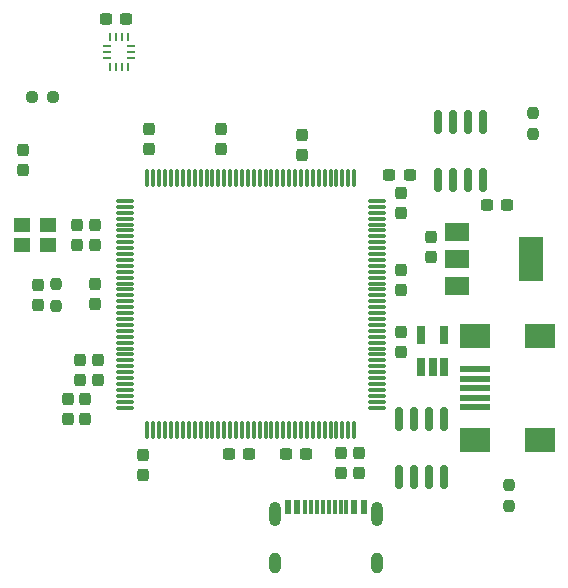
<source format=gbr>
%TF.GenerationSoftware,KiCad,Pcbnew,7.0.7*%
%TF.CreationDate,2024-03-18T15:08:08-05:00*%
%TF.ProjectId,rev2,72657632-2e6b-4696-9361-645f70636258,rev?*%
%TF.SameCoordinates,Original*%
%TF.FileFunction,Paste,Top*%
%TF.FilePolarity,Positive*%
%FSLAX46Y46*%
G04 Gerber Fmt 4.6, Leading zero omitted, Abs format (unit mm)*
G04 Created by KiCad (PCBNEW 7.0.7) date 2024-03-18 15:08:08*
%MOMM*%
%LPD*%
G01*
G04 APERTURE LIST*
G04 Aperture macros list*
%AMRoundRect*
0 Rectangle with rounded corners*
0 $1 Rounding radius*
0 $2 $3 $4 $5 $6 $7 $8 $9 X,Y pos of 4 corners*
0 Add a 4 corners polygon primitive as box body*
4,1,4,$2,$3,$4,$5,$6,$7,$8,$9,$2,$3,0*
0 Add four circle primitives for the rounded corners*
1,1,$1+$1,$2,$3*
1,1,$1+$1,$4,$5*
1,1,$1+$1,$6,$7*
1,1,$1+$1,$8,$9*
0 Add four rect primitives between the rounded corners*
20,1,$1+$1,$2,$3,$4,$5,0*
20,1,$1+$1,$4,$5,$6,$7,0*
20,1,$1+$1,$6,$7,$8,$9,0*
20,1,$1+$1,$8,$9,$2,$3,0*%
G04 Aperture macros list end*
%ADD10RoundRect,0.075000X-0.662500X-0.075000X0.662500X-0.075000X0.662500X0.075000X-0.662500X0.075000X0*%
%ADD11RoundRect,0.075000X-0.075000X-0.662500X0.075000X-0.662500X0.075000X0.662500X-0.075000X0.662500X0*%
%ADD12RoundRect,0.237500X-0.237500X0.300000X-0.237500X-0.300000X0.237500X-0.300000X0.237500X0.300000X0*%
%ADD13RoundRect,0.237500X0.237500X-0.300000X0.237500X0.300000X-0.237500X0.300000X-0.237500X-0.300000X0*%
%ADD14RoundRect,0.237500X-0.250000X-0.237500X0.250000X-0.237500X0.250000X0.237500X-0.250000X0.237500X0*%
%ADD15R,2.500000X0.500000*%
%ADD16R,2.500000X2.000000*%
%ADD17RoundRect,0.150000X0.150000X-0.825000X0.150000X0.825000X-0.150000X0.825000X-0.150000X-0.825000X0*%
%ADD18RoundRect,0.237500X-0.237500X0.250000X-0.237500X-0.250000X0.237500X-0.250000X0.237500X0.250000X0*%
%ADD19RoundRect,0.237500X0.300000X0.237500X-0.300000X0.237500X-0.300000X-0.237500X0.300000X-0.237500X0*%
%ADD20R,1.400000X1.200000*%
%ADD21R,2.000000X1.500000*%
%ADD22R,2.000000X3.800000*%
%ADD23RoundRect,0.237500X-0.300000X-0.237500X0.300000X-0.237500X0.300000X0.237500X-0.300000X0.237500X0*%
%ADD24R,0.650000X1.560000*%
%ADD25RoundRect,0.150000X-0.150000X0.825000X-0.150000X-0.825000X0.150000X-0.825000X0.150000X0.825000X0*%
%ADD26RoundRect,0.237500X0.237500X-0.250000X0.237500X0.250000X-0.237500X0.250000X-0.237500X-0.250000X0*%
%ADD27R,0.300000X1.150000*%
%ADD28R,0.600000X1.150000*%
%ADD29O,1.000000X2.100000*%
%ADD30O,1.000000X1.800000*%
%ADD31R,0.250000X0.675000*%
%ADD32R,0.675000X0.250000*%
G04 APERTURE END LIST*
D10*
%TO.C,U1*%
X123195500Y-90310000D03*
X123195500Y-90810000D03*
X123195500Y-91310000D03*
X123195500Y-91810000D03*
X123195500Y-92310000D03*
X123195500Y-92810000D03*
X123195500Y-93310000D03*
X123195500Y-93810000D03*
X123195500Y-94310000D03*
X123195500Y-94810000D03*
X123195500Y-95310000D03*
X123195500Y-95810000D03*
X123195500Y-96310000D03*
X123195500Y-96810000D03*
X123195500Y-97310000D03*
X123195500Y-97810000D03*
X123195500Y-98310000D03*
X123195500Y-98810000D03*
X123195500Y-99310000D03*
X123195500Y-99810000D03*
X123195500Y-100310000D03*
X123195500Y-100810000D03*
X123195500Y-101310000D03*
X123195500Y-101810000D03*
X123195500Y-102310000D03*
X123195500Y-102810000D03*
X123195500Y-103310000D03*
X123195500Y-103810000D03*
X123195500Y-104310000D03*
X123195500Y-104810000D03*
X123195500Y-105310000D03*
X123195500Y-105810000D03*
X123195500Y-106310000D03*
X123195500Y-106810000D03*
X123195500Y-107310000D03*
X123195500Y-107810000D03*
D11*
X125108000Y-109722500D03*
X125608000Y-109722500D03*
X126108000Y-109722500D03*
X126608000Y-109722500D03*
X127108000Y-109722500D03*
X127608000Y-109722500D03*
X128108000Y-109722500D03*
X128608000Y-109722500D03*
X129108000Y-109722500D03*
X129608000Y-109722500D03*
X130108000Y-109722500D03*
X130608000Y-109722500D03*
X131108000Y-109722500D03*
X131608000Y-109722500D03*
X132108000Y-109722500D03*
X132608000Y-109722500D03*
X133108000Y-109722500D03*
X133608000Y-109722500D03*
X134108000Y-109722500D03*
X134608000Y-109722500D03*
X135108000Y-109722500D03*
X135608000Y-109722500D03*
X136108000Y-109722500D03*
X136608000Y-109722500D03*
X137108000Y-109722500D03*
X137608000Y-109722500D03*
X138108000Y-109722500D03*
X138608000Y-109722500D03*
X139108000Y-109722500D03*
X139608000Y-109722500D03*
X140108000Y-109722500D03*
X140608000Y-109722500D03*
X141108000Y-109722500D03*
X141608000Y-109722500D03*
X142108000Y-109722500D03*
X142608000Y-109722500D03*
D10*
X144520500Y-107810000D03*
X144520500Y-107310000D03*
X144520500Y-106810000D03*
X144520500Y-106310000D03*
X144520500Y-105810000D03*
X144520500Y-105310000D03*
X144520500Y-104810000D03*
X144520500Y-104310000D03*
X144520500Y-103810000D03*
X144520500Y-103310000D03*
X144520500Y-102810000D03*
X144520500Y-102310000D03*
X144520500Y-101810000D03*
X144520500Y-101310000D03*
X144520500Y-100810000D03*
X144520500Y-100310000D03*
X144520500Y-99810000D03*
X144520500Y-99310000D03*
X144520500Y-98810000D03*
X144520500Y-98310000D03*
X144520500Y-97810000D03*
X144520500Y-97310000D03*
X144520500Y-96810000D03*
X144520500Y-96310000D03*
X144520500Y-95810000D03*
X144520500Y-95310000D03*
X144520500Y-94810000D03*
X144520500Y-94310000D03*
X144520500Y-93810000D03*
X144520500Y-93310000D03*
X144520500Y-92810000D03*
X144520500Y-92310000D03*
X144520500Y-91810000D03*
X144520500Y-91310000D03*
X144520500Y-90810000D03*
X144520500Y-90310000D03*
D11*
X142608000Y-88397500D03*
X142108000Y-88397500D03*
X141608000Y-88397500D03*
X141108000Y-88397500D03*
X140608000Y-88397500D03*
X140108000Y-88397500D03*
X139608000Y-88397500D03*
X139108000Y-88397500D03*
X138608000Y-88397500D03*
X138108000Y-88397500D03*
X137608000Y-88397500D03*
X137108000Y-88397500D03*
X136608000Y-88397500D03*
X136108000Y-88397500D03*
X135608000Y-88397500D03*
X135108000Y-88397500D03*
X134608000Y-88397500D03*
X134108000Y-88397500D03*
X133608000Y-88397500D03*
X133108000Y-88397500D03*
X132608000Y-88397500D03*
X132108000Y-88397500D03*
X131608000Y-88397500D03*
X131108000Y-88397500D03*
X130608000Y-88397500D03*
X130108000Y-88397500D03*
X129608000Y-88397500D03*
X129108000Y-88397500D03*
X128608000Y-88397500D03*
X128108000Y-88397500D03*
X127608000Y-88397500D03*
X127108000Y-88397500D03*
X126608000Y-88397500D03*
X126108000Y-88397500D03*
X125608000Y-88397500D03*
X125108000Y-88397500D03*
%TD*%
D12*
%TO.C,C46*%
X146552500Y-101387500D03*
X146552500Y-103112500D03*
%TD*%
D13*
%TO.C,C45*%
X131318000Y-85952500D03*
X131318000Y-84227500D03*
%TD*%
%TO.C,C26*%
X115824000Y-99160500D03*
X115824000Y-97435500D03*
%TD*%
D14*
%TO.C,R1*%
X115316000Y-81534000D03*
X117141000Y-81534000D03*
%TD*%
D15*
%TO.C,J8*%
X152839000Y-107772000D03*
X152839000Y-106972000D03*
X152839000Y-106172000D03*
X152839000Y-105372000D03*
X152839000Y-104572000D03*
D16*
X152839000Y-110572000D03*
X158339000Y-110572000D03*
X152839000Y-101772000D03*
X158339000Y-101772000D03*
%TD*%
D13*
%TO.C,C38*%
X120650000Y-99060000D03*
X120650000Y-97335000D03*
%TD*%
D17*
%TO.C,U2*%
X149733000Y-88581000D03*
X151003000Y-88581000D03*
X152273000Y-88581000D03*
X153543000Y-88581000D03*
X153543000Y-83631000D03*
X152273000Y-83631000D03*
X151003000Y-83631000D03*
X149733000Y-83631000D03*
%TD*%
D13*
%TO.C,C29*%
X149098000Y-95096500D03*
X149098000Y-93371500D03*
%TD*%
D18*
%TO.C,R5*%
X155750000Y-114337500D03*
X155750000Y-116162500D03*
%TD*%
D19*
%TO.C,C44*%
X138525000Y-111732000D03*
X136800000Y-111732000D03*
%TD*%
D12*
%TO.C,C49*%
X119837200Y-107087500D03*
X119837200Y-108812500D03*
%TD*%
D20*
%TO.C,Y1*%
X114470000Y-94068000D03*
X116670000Y-94068000D03*
X116670000Y-92368000D03*
X114470000Y-92368000D03*
%TD*%
D13*
%TO.C,C32*%
X125222000Y-85952500D03*
X125222000Y-84227500D03*
%TD*%
D19*
%TO.C,C28*%
X155548500Y-90678000D03*
X153823500Y-90678000D03*
%TD*%
D12*
%TO.C,C41*%
X146552500Y-96137500D03*
X146552500Y-97862500D03*
%TD*%
D21*
%TO.C,U5*%
X151282000Y-92950000D03*
X151282000Y-95250000D03*
D22*
X157582000Y-95250000D03*
D21*
X151282000Y-97550000D03*
%TD*%
D19*
%TO.C,C24*%
X123290500Y-74930000D03*
X121565500Y-74930000D03*
%TD*%
D23*
%TO.C,C22*%
X145589500Y-88110000D03*
X147314500Y-88110000D03*
%TD*%
D12*
%TO.C,C30*%
X146558000Y-89637500D03*
X146558000Y-91362500D03*
%TD*%
%TO.C,C21*%
X141478000Y-111659500D03*
X141478000Y-113384500D03*
%TD*%
D13*
%TO.C,C42*%
X124714000Y-113511500D03*
X124714000Y-111786500D03*
%TD*%
D19*
%TO.C,C33*%
X133699000Y-111732000D03*
X131974000Y-111732000D03*
%TD*%
D12*
%TO.C,C48*%
X118364000Y-107087500D03*
X118364000Y-108812500D03*
%TD*%
%TO.C,C39*%
X120898500Y-103757500D03*
X120898500Y-105482500D03*
%TD*%
D13*
%TO.C,C23*%
X114554000Y-87730500D03*
X114554000Y-86005500D03*
%TD*%
D12*
%TO.C,C31*%
X120644500Y-92327500D03*
X120644500Y-94052500D03*
%TD*%
%TO.C,C43*%
X143002000Y-111659500D03*
X143002000Y-113384500D03*
%TD*%
D24*
%TO.C,U6*%
X148300000Y-104350000D03*
X149250000Y-104350000D03*
X150200000Y-104350000D03*
X150200000Y-101650000D03*
X148300000Y-101650000D03*
%TD*%
D12*
%TO.C,C40*%
X138176000Y-84735500D03*
X138176000Y-86460500D03*
%TD*%
D25*
%TO.C,U3*%
X150241000Y-108777000D03*
X148971000Y-108777000D03*
X147701000Y-108777000D03*
X146431000Y-108777000D03*
X146431000Y-113727000D03*
X147701000Y-113727000D03*
X148971000Y-113727000D03*
X150241000Y-113727000D03*
%TD*%
D26*
%TO.C,R4*%
X157750000Y-84662500D03*
X157750000Y-82837500D03*
%TD*%
%TO.C,R3*%
X117348000Y-99210500D03*
X117348000Y-97385500D03*
%TD*%
D12*
%TO.C,C47*%
X119380000Y-103785500D03*
X119380000Y-105510500D03*
%TD*%
%TO.C,C27*%
X119126000Y-92355500D03*
X119126000Y-94080500D03*
%TD*%
D27*
%TO.C,J9*%
X138958000Y-116244000D03*
X139958000Y-116244000D03*
X140458000Y-116244000D03*
X141458000Y-116244000D03*
D28*
X142608000Y-116244000D03*
X143408000Y-116244000D03*
D27*
X141958000Y-116244000D03*
X140958000Y-116244000D03*
X139458000Y-116244000D03*
X138458000Y-116244000D03*
D28*
X137808000Y-116244000D03*
X137008000Y-116244000D03*
D29*
X135888000Y-116819000D03*
D30*
X135888000Y-120999000D03*
D29*
X144528000Y-116819000D03*
D30*
X144528000Y-120999000D03*
%TD*%
D31*
%TO.C,U4*%
X121932000Y-78986500D03*
X122432000Y-78986500D03*
X122932000Y-78986500D03*
X123432000Y-78986500D03*
D32*
X123694500Y-78224000D03*
X123694500Y-77724000D03*
X123694500Y-77224000D03*
D31*
X123432000Y-76461500D03*
X122932000Y-76461500D03*
X122432000Y-76461500D03*
X121932000Y-76461500D03*
D32*
X121669500Y-77224000D03*
X121669500Y-77724000D03*
X121669500Y-78224000D03*
%TD*%
M02*

</source>
